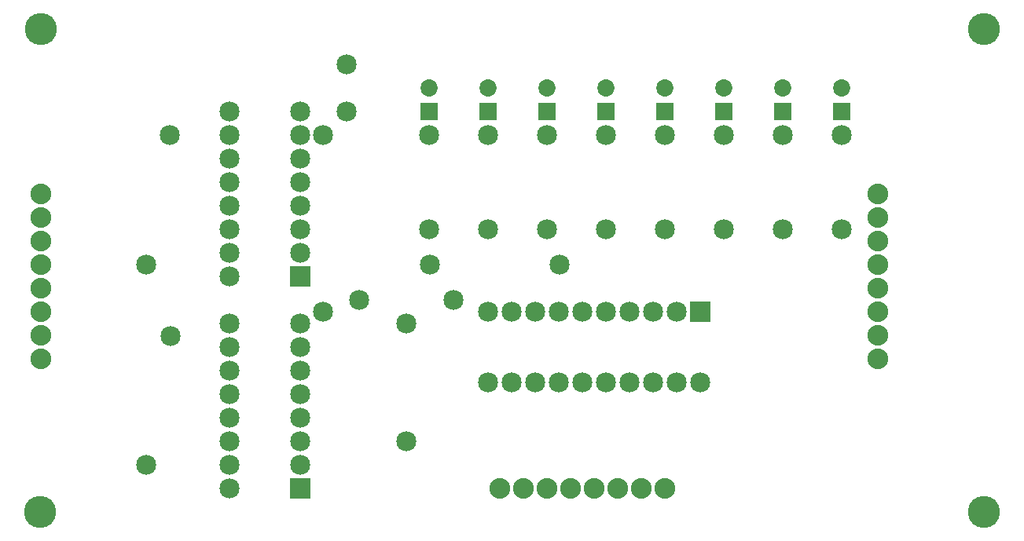
<source format=gbs>
G04 MADE WITH FRITZING*
G04 WWW.FRITZING.ORG*
G04 SINGLE SIDED*
G04 HOLES NOT PLATED*
G04 CONTOUR ON CENTER OF CONTOUR VECTOR*
%ASAXBY*%
%FSLAX23Y23*%
%MOIN*%
%OFA0B0*%
%SFA1.0B1.0*%
%ADD10C,0.085000*%
%ADD11C,0.135984*%
%ADD12C,0.072992*%
%ADD13C,0.088000*%
%ADD14R,0.072992X0.072992*%
%ADD15R,0.085000X0.085000*%
%LNMASK0*%
G90*
G70*
G54D10*
X1832Y1201D03*
X2382Y1201D03*
G54D11*
X4182Y151D03*
X4183Y2202D03*
X181Y151D03*
X182Y2201D03*
G54D10*
X3331Y1351D03*
X3331Y1751D03*
X3581Y1351D03*
X3581Y1751D03*
X2581Y1351D03*
X2581Y1751D03*
X2331Y1351D03*
X2331Y1751D03*
X2081Y1351D03*
X2081Y1751D03*
X1831Y1351D03*
X1831Y1751D03*
X2831Y1351D03*
X2831Y1751D03*
X3081Y1351D03*
X3081Y1751D03*
X732Y899D03*
X731Y1751D03*
X1532Y1051D03*
X1932Y1051D03*
X1481Y1851D03*
X1481Y2051D03*
X1381Y1001D03*
X1381Y1751D03*
X631Y351D03*
X631Y1201D03*
G54D12*
X2831Y1852D03*
X2831Y1951D03*
X2581Y1852D03*
X2581Y1951D03*
X2081Y1852D03*
X2081Y1951D03*
X2331Y1852D03*
X2331Y1951D03*
X1831Y1852D03*
X1831Y1951D03*
G54D13*
X2831Y251D03*
X2731Y251D03*
X2631Y251D03*
X2531Y251D03*
X2431Y251D03*
X2331Y251D03*
X2231Y251D03*
X2131Y251D03*
X182Y801D03*
X182Y901D03*
X182Y1001D03*
X182Y1101D03*
X182Y1201D03*
X182Y1301D03*
X182Y1401D03*
X182Y1501D03*
X3732Y801D03*
X3732Y901D03*
X3732Y1001D03*
X3732Y1101D03*
X3732Y1201D03*
X3732Y1301D03*
X3732Y1401D03*
X3732Y1501D03*
G54D12*
X3081Y1852D03*
X3081Y1951D03*
X3331Y1852D03*
X3331Y1951D03*
X3581Y1852D03*
X3581Y1951D03*
G54D10*
X1282Y1151D03*
X982Y1151D03*
X1282Y1251D03*
X982Y1251D03*
X1282Y1351D03*
X982Y1351D03*
X1282Y1451D03*
X982Y1451D03*
X1282Y1551D03*
X982Y1551D03*
X1282Y1651D03*
X982Y1651D03*
X1282Y1751D03*
X982Y1751D03*
X1282Y1851D03*
X982Y1851D03*
X1282Y251D03*
X982Y251D03*
X1282Y351D03*
X982Y351D03*
X1282Y451D03*
X982Y451D03*
X1282Y551D03*
X982Y551D03*
X1282Y651D03*
X982Y651D03*
X1282Y751D03*
X982Y751D03*
X1282Y851D03*
X982Y851D03*
X1282Y951D03*
X982Y951D03*
X2981Y1001D03*
X2981Y701D03*
X2881Y1001D03*
X2881Y701D03*
X2781Y1001D03*
X2781Y701D03*
X2681Y1001D03*
X2681Y701D03*
X2581Y1001D03*
X2581Y701D03*
X2481Y1001D03*
X2481Y701D03*
X2381Y1001D03*
X2381Y701D03*
X2281Y1001D03*
X2281Y701D03*
X2181Y1001D03*
X2181Y701D03*
X2081Y1001D03*
X2081Y701D03*
X1732Y451D03*
X1732Y951D03*
G54D14*
X2831Y1852D03*
X2581Y1852D03*
X2081Y1852D03*
X2331Y1852D03*
X1831Y1852D03*
X3081Y1852D03*
X3331Y1852D03*
X3581Y1852D03*
G54D15*
X1282Y1151D03*
X1282Y251D03*
X2981Y1001D03*
G04 End of Mask0*
M02*
</source>
